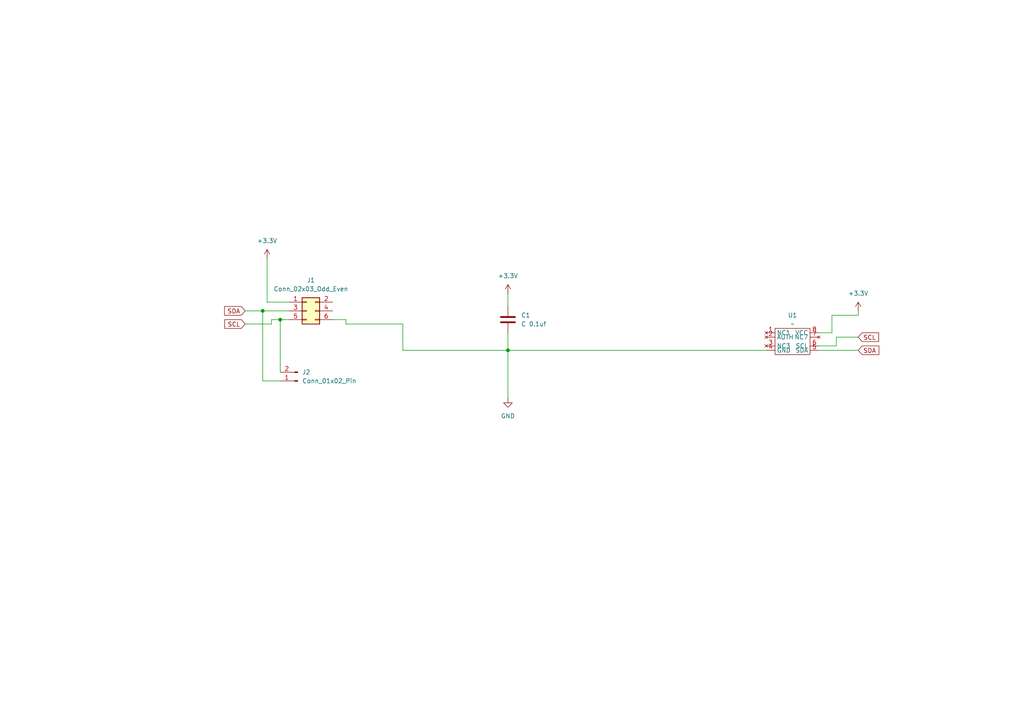
<source format=kicad_sch>
(kicad_sch (version 20231120) (generator "eeschema") (generator_version "8.0")
  (paper "A4")
  (lib_symbols
    (symbol "Connector:Conn_01x02_Pin" (pin_names (offset 1.016) hide)
      (property "Reference" "J" (at 0 2.54 0))
      (property "Value" "Conn_01x02_Pin" (at 0 -5.08 0))
      (symbol "Conn_01x02_Pin_1_1"
        (polyline (pts (xy 1.27 -2.54) (xy 0.8636 -2.54)) (stroke (width 0.1524)))
        (polyline (pts (xy 1.27 0) (xy 0.8636 0)) (stroke (width 0.1524)))
        (rectangle (start 0.8636 -2.413) (end 0 -2.667) (stroke (width 0.1524)) (fill (type outline)))
        (rectangle (start 0.8636 0.127) (end 0 -0.127) (stroke (width 0.1524)) (fill (type outline)))
        (pin passive line (at 5.08 0 180) (length 3.81) (name "Pin_1") (number "1"))
        (pin passive line (at 5.08 -2.54 180) (length 3.81) (name "Pin_2") (number "2"))
      )
    )
    (symbol "Connector_Generic:Conn_02x03_Odd_Even" (pin_names (offset 1.016) hide)
      (property "Reference" "J" (at 1.27 5.08 0))
      (property "Value" "Conn_02x03_Odd_Even" (at 1.27 -5.08 0))
      (symbol "Conn_02x03_Odd_Even_1_1"
        (rectangle (start -1.27 -2.413) (end 0 -2.667) (stroke (width 0.1524)))
        (rectangle (start -1.27 0.127) (end 0 -0.127) (stroke (width 0.1524)))
        (rectangle (start -1.27 2.667) (end 0 2.413) (stroke (width 0.1524)))
        (rectangle (start -1.27 3.81) (end 3.81 -3.81) (stroke (width 0.254)) (fill (type background)))
        (rectangle (start 3.81 -2.413) (end 2.54 -2.667) (stroke (width 0.1524)))
        (rectangle (start 3.81 0.127) (end 2.54 -0.127) (stroke (width 0.1524)))
        (rectangle (start 3.81 2.667) (end 2.54 2.413) (stroke (width 0.1524)))
        (pin passive line (at -5.08 2.54 0) (length 3.81) (name "Pin_1") (number "1"))
        (pin passive line (at 7.62 2.54 180) (length 3.81) (name "Pin_2") (number "2"))
        (pin passive line (at -5.08 0 0) (length 3.81) (name "Pin_3") (number "3"))
        (pin passive line (at 7.62 0 180) (length 3.81) (name "Pin_4") (number "4"))
        (pin passive line (at -5.08 -2.54 0) (length 3.81) (name "Pin_5") (number "5"))
        (pin passive line (at 7.62 -2.54 180) (length 3.81) (name "Pin_6") (number "6"))
      )
    )
    (symbol "Device:C" (pin_numbers hide) (pin_names (offset 0.254))
      (property "Reference" "C" (at 0.635 2.54 0))
      (property "Value" "C" (at 0.635 -2.54 0))
      (symbol "C_0_1"
        (polyline (pts (xy -2.032 -0.762) (xy 2.032 -0.762)) (stroke (width 0.508)))
        (polyline (pts (xy -2.032 0.762) (xy 2.032 0.762)) (stroke (width 0.508)))
      )
      (symbol "C_1_1"
        (pin passive line (at 0 3.81 270) (length 2.794) (name "~") (number "1"))
        (pin passive line (at 0 -3.81 90) (length 2.794) (name "~") (number "2"))
      )
    )
    (symbol "My_Library:ATAES132"
      (property "Reference" "U" (at 0 6.096 0))
      (symbol "ATAES132_0_1"
        (rectangle (start -5.08 3.81) (end 5.08 -3.81))
      )
      (symbol "ATAES132_1_0"
        (pin passive line (at 7.62 2.54 180) (length 2.54) (name "VCC") (number "8"))
      )
      (symbol "ATAES132_1_1"
        (pin no_connect line (at -7.62 2.54 0) (length 2.54) (name "NC1") (number "1"))
        (pin no_connect line (at -7.62 1.27 0) (length 2.54) (name "AUTH") (number "2"))
        (pin no_connect line (at -7.62 -1.27 0) (length 2.54) (name "NC3") (number "3"))
        (pin power_out line (at -7.62 -2.54 0) (length 2.54) (name "GND") (number "4"))
        (pin input line (at 7.62 -2.54 180) (length 2.54) (name "SDA") (number "5"))
        (pin input line (at 7.62 -1.27 180) (length 2.54) (name "SCL") (number "6"))
        (pin no_connect line (at 7.62 1.27 180) (length 2.54) (name "NC7") (number "7"))
      )
    )
    (symbol "power:+3.3V" (power) (pin_numbers hide) (pin_names (offset 0) hide)
      (property "Value" "+3.3V" (at 0 3.556 0))
      (symbol "+3.3V_0_1"
        (polyline (pts (xy -0.762 1.27) (xy 0 2.54)))
        (polyline (pts (xy 0 0) (xy 0 2.54)))
        (polyline (pts (xy 0 2.54) (xy 0.762 1.27)))
      )
      (symbol "+3.3V_1_1"
        (pin power_in line (at 0 0 90) (length 0) (name "~") (number "1"))
      )
    )
    (symbol "power:GND" (power) (pin_numbers hide) (pin_names (offset 0) hide)
      (property "Value" "GND" (at 0 -3.81 0))
      (symbol "GND_0_1"
        (polyline (pts (xy 0 0) (xy 0 -1.27) (xy 1.27 -1.27) (xy 0 -2.54) (xy -1.27 -1.27) (xy 0 -1.27)))
      )
      (symbol "GND_1_1"
        (pin power_in line (at 0 0 270) (length 0) (name "~") (number "1"))
      )
    )
  )
  (junction (at 76.2 90.17))
  (junction (at 81.28 92.71))
  (junction (at 147.32 101.6))
  (wire (pts (xy 71.12 93.98) (xy 78.74 93.98)))
  (wire (pts (xy 241.3 91.44) (xy 248.92 91.44)))
  (wire (pts (xy 77.47 87.63) (xy 83.82 87.63)))
  (wire (pts (xy 147.32 96.52) (xy 147.32 101.6)))
  (wire (pts (xy 241.3 91.44) (xy 241.3 96.52)))
  (wire (pts (xy 241.3 96.52) (xy 237.49 96.52)))
  (wire (pts (xy 76.2 90.17) (xy 83.82 90.17)))
  (wire (pts (xy 147.32 115.57) (xy 147.32 101.6)))
  (wire (pts (xy 100.33 93.98) (xy 100.33 92.71)))
  (wire (pts (xy 71.12 90.17) (xy 76.2 90.17)))
  (wire (pts (xy 116.84 101.6) (xy 147.32 101.6)))
  (wire (pts (xy 237.49 101.6) (xy 248.92 101.6)))
  (wire (pts (xy 81.28 92.71) (xy 83.82 92.71)))
  (wire (pts (xy 242.57 97.79) (xy 242.57 100.33)))
  (wire (pts (xy 147.32 85.09) (xy 147.32 88.9)))
  (wire (pts (xy 147.32 101.6) (xy 222.25 101.6)))
  (wire (pts (xy 78.74 92.71) (xy 81.28 92.71)))
  (wire (pts (xy 248.92 97.79) (xy 242.57 97.79)))
  (wire (pts (xy 100.33 92.71) (xy 96.52 92.71)))
  (wire (pts (xy 100.33 93.98) (xy 116.84 93.98)))
  (wire (pts (xy 78.74 92.71) (xy 78.74 93.98)))
  (wire (pts (xy 116.84 93.98) (xy 116.84 101.6)))
  (wire (pts (xy 81.28 107.95) (xy 81.28 92.71)))
  (wire (pts (xy 76.2 110.49) (xy 81.28 110.49)))
  (wire (pts (xy 248.92 91.44) (xy 248.92 90.17)))
  (wire (pts (xy 76.2 90.17) (xy 76.2 110.49)))
  (wire (pts (xy 242.57 100.33) (xy 237.49 100.33)))
  (wire (pts (xy 77.47 74.93) (xy 77.47 87.63)))
  (global_label "SDA" (shape input) (at 248.92 101.6 0) (property "Intersheetrefs" "${INTERSHEET_REFS}" (effects (hide yes))))
  (global_label "SDA" (shape input) (at 71.12 90.17 180) (property "Intersheetrefs" "${INTERSHEET_REFS}" (effects (hide yes))))
  (global_label "SCL" (shape input) (at 248.92 97.79 0) (property "Intersheetrefs" "${INTERSHEET_REFS}" (effects (hide yes))))
  (global_label "SCL" (shape input) (at 71.12 93.98 180) (property "Intersheetrefs" "${INTERSHEET_REFS}" (effects (hide yes))))
  (symbol (lib_id "power:+3.3V") (at 77.47 74.93 0) (unit 1)
    (property "Reference" "#PWR01" (effects (hide yes)))
    (property "Value" "+3.3V" (at 77.47 69.85 0))
    (property "Description" "Power symbol creates a global label with name \"+3.3V\"" (effects (hide yes)))
  )
  (symbol (lib_id "power:+3.3V") (at 248.92 90.17 0) (unit 1)
    (property "Reference" "#PWR03" (effects (hide yes)))
    (property "Value" "+3.3V" (at 248.92 85.09 0))
    (property "Description" "Power symbol creates a global label with name \"+3.3V\"" (effects (hide yes)))
  )
  (symbol (lib_id "Device:C") (at 147.32 92.71 0) (unit 1)
    (property "Reference" "C1" (at 151.13 91.4399 0) (effects (justify left)))
    (property "Value" "C 0.1uf" (at 151.13 93.9799 0) (effects (justify left)))
    (property "Footprint" "Capacitor_SMD:C_0201_0603Metric_Pad0.64x0.40mm_HandSolder" (effects (hide yes)))
    (property "Description" "Unpolarized capacitor" (effects (hide yes)))
  )
  (symbol (lib_id "power:GND") (at 147.32 115.57 0) (unit 1)
    (property "Reference" "#PWR02" (effects (hide yes)))
    (property "Value" "GND" (at 147.32 120.65 0))
    (property "Description" "Power symbol creates a global label with name \"GND\" , ground" (effects (hide yes)))
  )
  (symbol (lib_id "Connector_Generic:Conn_02x03_Odd_Even") (at 88.9 90.17 0) (unit 1)
    (property "Reference" "J1" (at 90.17 81.28 0))
    (property "Value" "Conn_02x03_Odd_Even" (at 90.17 83.82 0))
    (property "Footprint" "Connector_PinHeader_2.54mm:PinHeader_2x03_P2.54mm_Vertical" (effects (hide yes)))
    (property "Description" "Generic connector, double row, 02x03, odd/even pin numbering scheme (row 1 odd numbers, row 2 even numbers), script generated (kicad-library-utils/schlib/autogen/connector/)" (effects (hide yes)))
  )
  (symbol (lib_id "Connector:Conn_01x02_Pin") (at 86.36 110.49 180) (unit 1)
    (property "Reference" "J2" (at 87.63 107.9499 0) (effects (justify right)))
    (property "Value" "Conn_01x02_Pin" (at 87.63 110.4899 0) (effects (justify right)))
    (property "Footprint" "Connector_PinHeader_2.54mm:PinHeader_1x02_P2.54mm_Vertical" (effects (hide yes)))
    (property "Description" "Generic connector, single row, 01x02, script generated" (effects (hide yes)))
  )
  (symbol (lib_id "power:+3.3V") (at 147.32 85.09 0) (unit 1)
    (property "Reference" "#PWR04" (effects (hide yes)))
    (property "Value" "+3.3V" (at 147.32 80.01 0))
    (property "Description" "Power symbol creates a global label with name \"+3.3V\"" (effects (hide yes)))
  )
  (symbol (lib_id "My_Library:ATAES132") (at 229.87 99.06 0) (unit 1)
    (property "Reference" "U1" (at 229.87 91.44 0))
    (property "Value" "~" (at 229.87 93.98 0))
    (property "Footprint" "Package_SO:SOIC-8_3.9x4.9mm_P1.27mm" (effects (hide yes)))
  )
)
</source>
